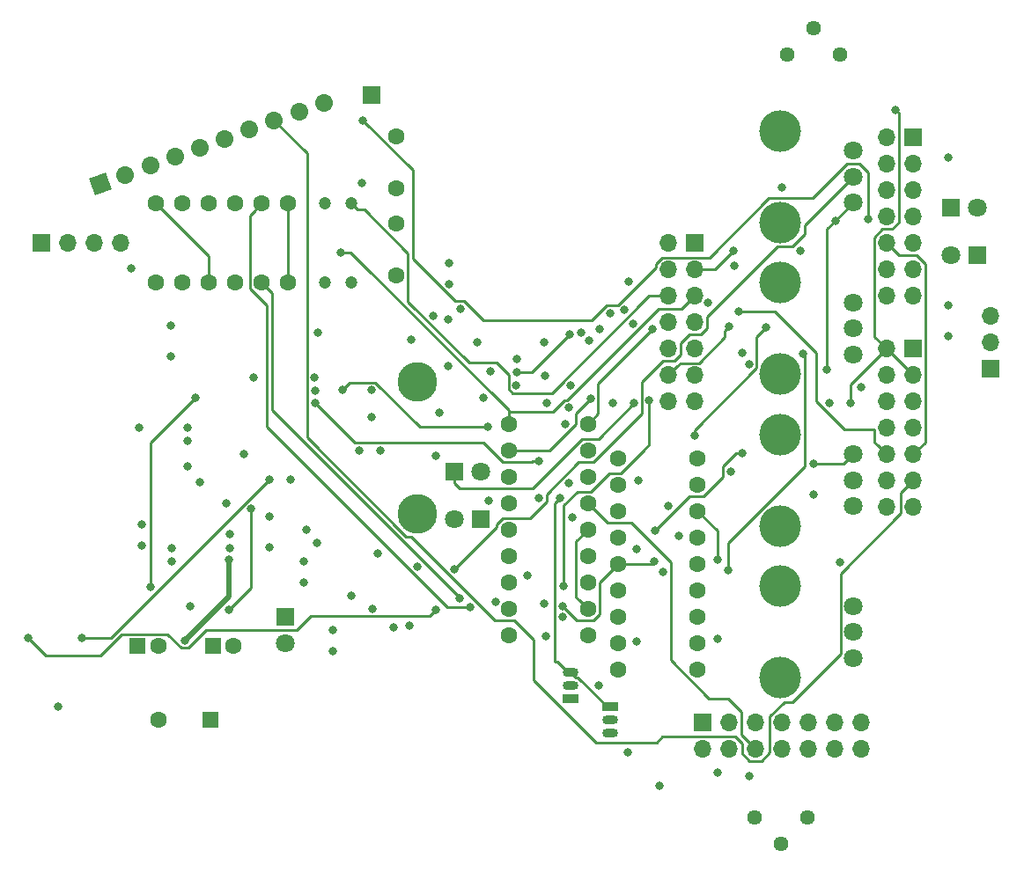
<source format=gbr>
G04 #@! TF.GenerationSoftware,KiCad,Pcbnew,(5.0.0)*
G04 #@! TF.CreationDate,2018-10-02T15:30:55-05:00*
G04 #@! TF.ProjectId,FinalDistCircuit,46696E616C4469737443697263756974,rev?*
G04 #@! TF.SameCoordinates,Original*
G04 #@! TF.FileFunction,Copper,L3,Inr,Signal*
G04 #@! TF.FilePolarity,Positive*
%FSLAX46Y46*%
G04 Gerber Fmt 4.6, Leading zero omitted, Abs format (unit mm)*
G04 Created by KiCad (PCBNEW (5.0.0)) date 10/02/18 15:30:55*
%MOMM*%
%LPD*%
G01*
G04 APERTURE LIST*
G04 #@! TA.AperFunction,WasherPad*
%ADD10C,4.000000*%
G04 #@! TD*
G04 #@! TA.AperFunction,ViaPad*
%ADD11C,1.800000*%
G04 #@! TD*
G04 #@! TA.AperFunction,ViaPad*
%ADD12R,1.600000X1.600000*%
G04 #@! TD*
G04 #@! TA.AperFunction,ViaPad*
%ADD13C,1.600000*%
G04 #@! TD*
G04 #@! TA.AperFunction,ViaPad*
%ADD14C,3.810000*%
G04 #@! TD*
G04 #@! TA.AperFunction,ViaPad*
%ADD15O,1.700000X1.700000*%
G04 #@! TD*
G04 #@! TA.AperFunction,ViaPad*
%ADD16R,1.700000X1.700000*%
G04 #@! TD*
G04 #@! TA.AperFunction,ViaPad*
%ADD17C,1.700000*%
G04 #@! TD*
G04 #@! TA.AperFunction,Conductor*
%ADD18C,1.700000*%
G04 #@! TD*
G04 #@! TA.AperFunction,Conductor*
%ADD19C,0.100000*%
G04 #@! TD*
G04 #@! TA.AperFunction,ViaPad*
%ADD20C,1.440000*%
G04 #@! TD*
G04 #@! TA.AperFunction,ViaPad*
%ADD21R,1.800000X1.800000*%
G04 #@! TD*
G04 #@! TA.AperFunction,ViaPad*
%ADD22O,1.500000X0.900000*%
G04 #@! TD*
G04 #@! TA.AperFunction,ViaPad*
%ADD23R,1.500000X0.900000*%
G04 #@! TD*
G04 #@! TA.AperFunction,ViaPad*
%ADD24C,1.200000*%
G04 #@! TD*
G04 #@! TA.AperFunction,ViaPad*
%ADD25C,0.800000*%
G04 #@! TD*
G04 #@! TA.AperFunction,Conductor*
%ADD26C,0.250000*%
G04 #@! TD*
G04 #@! TA.AperFunction,Conductor*
%ADD27C,0.500000*%
G04 #@! TD*
G04 APERTURE END LIST*
D10*
G04 #@! TO.N,*
G04 #@! TO.C,BASS*
X118730000Y-161930000D03*
X118730000Y-170730000D03*
D11*
G04 #@! TO.N,BRGRN2*
X125730000Y-163830000D03*
X125730000Y-166330000D03*
G04 #@! TO.N,Net-(BASS1-Pad3)*
X125730000Y-168830000D03*
G04 #@! TD*
D12*
G04 #@! TO.N,Net-(C10-Pad1)*
G04 #@! TO.C,C10*
X63881000Y-174752000D03*
D13*
G04 #@! TO.N,BRGRN2*
X58881000Y-174752000D03*
G04 #@! TD*
D14*
G04 #@! TO.N,Net-(9V1-Pad1)*
G04 #@! TO.C,9V1*
X83819999Y-154940000D03*
G04 #@! TO.N,PWRGND*
X83820000Y-142239999D03*
G04 #@! TD*
D15*
G04 #@! TO.N,BRGRN2*
G04 #@! TO.C,Jack1*
X138938000Y-135890000D03*
G04 #@! TO.N,FinalOut*
X138938000Y-138430000D03*
D16*
G04 #@! TO.N,PWRGND*
X138938000Y-140970000D03*
G04 #@! TD*
D17*
G04 #@! TO.N,BRGRN2*
G04 #@! TO.C,PickupInputs1*
X74821373Y-115371420D03*
D18*
X74821373Y-115371420D02*
X74821373Y-115371420D01*
D17*
G04 #@! TO.N,NGRN*
X72434554Y-116240151D03*
D18*
X72434554Y-116240151D02*
X72434554Y-116240151D01*
D17*
G04 #@! TO.N,NBLACK*
X70047735Y-117108882D03*
D18*
X70047735Y-117108882D02*
X70047735Y-117108882D01*
D17*
X67660916Y-117977613D03*
D18*
X67660916Y-117977613D02*
X67660916Y-117977613D01*
D17*
G04 #@! TO.N,NGRN*
X65274096Y-118846344D03*
D18*
X65274096Y-118846344D02*
X65274096Y-118846344D01*
D17*
G04 #@! TO.N,BRGRN2*
X62887277Y-119715075D03*
D18*
X62887277Y-119715075D02*
X62887277Y-119715075D01*
D17*
G04 #@! TO.N,BRGRN*
X60500458Y-120583807D03*
D18*
X60500458Y-120583807D02*
X60500458Y-120583807D01*
D17*
G04 #@! TO.N,BRWHT*
X58113639Y-121452538D03*
D18*
X58113639Y-121452538D02*
X58113639Y-121452538D01*
D17*
G04 #@! TO.N,BRBLACK*
X55726819Y-122321269D03*
D18*
X55726819Y-122321269D02*
X55726819Y-122321269D01*
D17*
G04 #@! TO.N,BRRED*
X53340000Y-123190000D03*
D19*
G36*
X54429456Y-123698022D02*
X52831978Y-124279456D01*
X52250544Y-122681978D01*
X53848022Y-122100544D01*
X54429456Y-123698022D01*
X54429456Y-123698022D01*
G37*
G04 #@! TD*
D16*
G04 #@! TO.N,GAINPOTOUT*
G04 #@! TO.C,BridgeTonePot1*
X131445000Y-118745000D03*
D15*
X128905000Y-118745000D03*
G04 #@! TO.N,BRTONEGANG2IN*
X131445000Y-121285000D03*
G04 #@! TO.N,BRTONEGANG1OUT*
X128905000Y-121285000D03*
G04 #@! TO.N,BTONEIN*
X131445000Y-123825000D03*
G04 #@! TO.N,BRTONEGANG1IN*
X128905000Y-123825000D03*
G04 #@! TO.N,BRGRN2*
X131445000Y-126365000D03*
G04 #@! TO.N,BRBLACK*
X128905000Y-126365000D03*
G04 #@! TO.N,Net-(BridgeTonePot1-Pad12)*
X131445000Y-128905000D03*
G04 #@! TO.N,Net-(BridgeTonePot1-Pad10)*
X128905000Y-128905000D03*
G04 #@! TO.N,BRWHT*
X131445000Y-131445000D03*
G04 #@! TO.N,Net-(BridgeTonePot1-Pad12)*
X128905000Y-131445000D03*
G04 #@! TO.N,BRGRN2*
X131445000Y-133985000D03*
G04 #@! TO.N,Net-(BridgeTonePot1-Pad14)*
X128905000Y-133985000D03*
G04 #@! TD*
G04 #@! TO.N,Net-(NeckTonePot1-Pad14)*
G04 #@! TO.C,NeckTonePot1*
X128905000Y-154305000D03*
G04 #@! TO.N,BRGRN2*
X131445000Y-154305000D03*
G04 #@! TO.N,Net-(NeckTonePot1-Pad12)*
X128905000Y-151765000D03*
G04 #@! TO.N,NBLACK*
X131445000Y-151765000D03*
G04 #@! TO.N,Net-(BridgeVolPot1-Pad8)*
X128905000Y-149225000D03*
G04 #@! TO.N,Net-(BridgeTonePot1-Pad10)*
X131445000Y-149225000D03*
G04 #@! TO.N,BRRED2*
X128905000Y-146685000D03*
G04 #@! TO.N,Net-(NeckTonePot1-Pad7)*
X131445000Y-146685000D03*
G04 #@! TO.N,Net-(NeckTonePot1-Pad6)*
X128905000Y-144145000D03*
G04 #@! TO.N,NTONEIN*
X131445000Y-144145000D03*
G04 #@! TO.N,Net-(C27-Pad1)*
X128905000Y-141605000D03*
G04 #@! TO.N,PRESOUT*
X131445000Y-141605000D03*
X128905000Y-139065000D03*
D16*
G04 #@! TO.N,PRESIN*
X131445000Y-139065000D03*
G04 #@! TD*
D13*
G04 #@! TO.N,Net-(6pdt2-Pad18)*
G04 #@! TO.C,6pdt2*
X110744000Y-169926000D03*
G04 #@! TO.N,Net-(6pdt2-Pad17)*
X103124000Y-169926000D03*
G04 #@! TO.N,Net-(6pdt2-Pad16)*
X110744000Y-167386000D03*
G04 #@! TO.N,Net-(6pdt2-Pad15)*
X103124000Y-167386000D03*
G04 #@! TO.N,Net-(6pdt2-Pad14)*
X110744000Y-164846000D03*
G04 #@! TO.N,Net-(6pdt2-Pad13)*
X103124000Y-164846000D03*
G04 #@! TO.N,GAINSTAGEPOTIN*
X110744000Y-162306000D03*
G04 #@! TO.N,BRTONEGANG2IN*
X103124000Y-162306000D03*
G04 #@! TO.N,BRTONEGANG1IN*
X110744000Y-159766000D03*
G04 #@! TO.N,BRTONEGANG1OUT*
X103124000Y-159766000D03*
G04 #@! TO.N,Net-(6pdt2-Pad8)*
X110744000Y-157226000D03*
G04 #@! TO.N,BRTONECAPIN*
X103124000Y-157226000D03*
G04 #@! TO.N,ODout*
X110744000Y-154686000D03*
G04 #@! TO.N,OUT*
X103124000Y-154686000D03*
G04 #@! TO.N,FinalOut*
X110744000Y-152146000D03*
G04 #@! TO.N,ODin*
X103124000Y-152146000D03*
G04 #@! TO.N,OUT*
X110744000Y-149606000D03*
G04 #@! TO.N,BRGRN2*
X103124000Y-149606000D03*
G04 #@! TD*
D20*
G04 #@! TO.N,Net-(R13-Pad1)*
G04 #@! TO.C,TRANGAIN1*
X121285000Y-184150000D03*
G04 #@! TO.N,Net-(C8-Pad1)*
X118745000Y-186690000D03*
X116205000Y-184150000D03*
G04 #@! TD*
D15*
G04 #@! TO.N,BROUT*
G04 #@! TO.C,3WaySwitch1*
X55245000Y-128905000D03*
G04 #@! TO.N,OUT*
X52705000Y-128905000D03*
G04 #@! TO.N,NOUT*
X50165000Y-128905000D03*
D16*
G04 #@! TO.N,BRGRN2*
X47625000Y-128905000D03*
G04 #@! TD*
D13*
G04 #@! TO.N,BRRED*
G04 #@! TO.C,4pdt1*
X58674000Y-132715000D03*
G04 #@! TO.N,BRRED2*
X61214000Y-132715000D03*
G04 #@! TO.N,BRGRN*
X63754000Y-132715000D03*
G04 #@! TO.N,NGRN*
X66294000Y-132715000D03*
G04 #@! TO.N,NRED2*
X68834000Y-132715000D03*
G04 #@! TO.N,Net-(4pdt1-Pad6)*
X71374000Y-132715000D03*
X71374000Y-125095000D03*
G04 #@! TO.N,NGRN2*
X68834000Y-125095000D03*
G04 #@! TO.N,NGRN*
X66294000Y-125095000D03*
G04 #@! TO.N,BRRED*
X63754000Y-125095000D03*
G04 #@! TO.N,BRGRN2*
X61214000Y-125095000D03*
G04 #@! TO.N,BRGRN*
X58674000Y-125095000D03*
G04 #@! TD*
G04 #@! TO.N,BVOUTTRAD*
G04 #@! TO.C,6pdt1*
X92583000Y-146304000D03*
G04 #@! TO.N,BVINTRAD*
X100203000Y-146304000D03*
G04 #@! TO.N,BVOUT*
X92583000Y-148844000D03*
G04 #@! TO.N,BRRED2*
X100203000Y-148844000D03*
G04 #@! TO.N,Net-(6pdt1-Pad5)*
X92583000Y-151384000D03*
X100203000Y-151384000D03*
G04 #@! TO.N,NVOUTTRAD*
X92583000Y-153924000D03*
G04 #@! TO.N,NVINTRAD*
X100203000Y-153924000D03*
G04 #@! TO.N,NOUT*
X92583000Y-156464000D03*
G04 #@! TO.N,NTONE*
X100203000Y-156464000D03*
G04 #@! TO.N,Net-(6pdt1-Pad11)*
X92583000Y-159004000D03*
X100203000Y-159004000D03*
G04 #@! TO.N,BRRED2*
X92583000Y-161544000D03*
G04 #@! TO.N,NTONEIN*
X100203000Y-161544000D03*
G04 #@! TO.N,BTONEIN*
X92583000Y-164084000D03*
G04 #@! TO.N,NTONE*
X100203000Y-164084000D03*
G04 #@! TO.N,BRTONEGANG1OUT*
X92583000Y-166624000D03*
G04 #@! TO.N,Net-(6pdt1-Pad18)*
X100203000Y-166624000D03*
G04 #@! TD*
D15*
G04 #@! TO.N,Net-(BridgeVolPot1-Pad14)*
G04 #@! TO.C,BridgeVolPot1*
X107950000Y-144145000D03*
G04 #@! TO.N,BRGRN2*
X110490000Y-144145000D03*
G04 #@! TO.N,BVOUT*
X107950000Y-141605000D03*
G04 #@! TO.N,BROUT*
X110490000Y-141605000D03*
G04 #@! TO.N,NOUT*
X107950000Y-139065000D03*
G04 #@! TO.N,BRGRN2*
X110490000Y-139065000D03*
G04 #@! TO.N,Net-(BridgeVolPot1-Pad8)*
X107950000Y-136525000D03*
G04 #@! TO.N,BVOUT*
X110490000Y-136525000D03*
G04 #@! TO.N,BVINTRAD*
X107950000Y-133985000D03*
G04 #@! TO.N,BVOUTTRAD*
X110490000Y-133985000D03*
G04 #@! TO.N,BRGRN2*
X107950000Y-131445000D03*
G04 #@! TO.N,ODin*
X110490000Y-131445000D03*
G04 #@! TO.N,MASTEROUT*
X107950000Y-128905000D03*
D16*
G04 #@! TO.N,BRGRN2*
X110490000Y-128905000D03*
G04 #@! TD*
D13*
G04 #@! TO.N,Net-(C2-Pad1)*
G04 #@! TO.C,C2*
X81788000Y-118618000D03*
G04 #@! TO.N,BRGRN2*
X81788000Y-123618000D03*
G04 #@! TD*
G04 #@! TO.N,Net-(C6-Pad2)*
G04 #@! TO.C,C6*
X81788000Y-132000000D03*
G04 #@! TO.N,GAINSTAGEPOTIN*
X81788000Y-127000000D03*
G04 #@! TD*
D12*
G04 #@! TO.N,Net-(C14-Pad1)*
G04 #@! TO.C,C14*
X64135000Y-167640000D03*
D13*
G04 #@! TO.N,BRGRN2*
X66135000Y-167640000D03*
G04 #@! TD*
G04 #@! TO.N,BRGRN2*
G04 #@! TO.C,C19*
X58896000Y-167640000D03*
D12*
G04 #@! TO.N,Net-(C19-Pad1)*
X56896000Y-167640000D03*
G04 #@! TD*
D21*
G04 #@! TO.N,GAINPOTOUT*
G04 #@! TO.C,D1*
X87376000Y-150876000D03*
D11*
G04 #@! TO.N,GAINSTAGEPOTIN*
X89916000Y-150876000D03*
G04 #@! TD*
G04 #@! TO.N,GAINPOTOUT*
G04 #@! TO.C,D2*
X87376000Y-155448000D03*
D21*
G04 #@! TO.N,GAINSTAGEPOTIN*
X89916000Y-155448000D03*
G04 #@! TD*
G04 #@! TO.N,Net-(D3-Pad1)*
G04 #@! TO.C,D3*
X71120000Y-164846000D03*
D11*
G04 #@! TO.N,Net-(9V1-Pad1)*
X71120000Y-167386000D03*
G04 #@! TD*
D21*
G04 #@! TO.N,Net-(C13-Pad1)*
G04 #@! TO.C,D4*
X135128000Y-125476000D03*
D11*
G04 #@! TO.N,Vref2*
X137668000Y-125476000D03*
G04 #@! TD*
G04 #@! TO.N,Net-(C13-Pad1)*
G04 #@! TO.C,D5*
X135128000Y-130048000D03*
D21*
G04 #@! TO.N,Vref2*
X137668000Y-130048000D03*
G04 #@! TD*
D16*
G04 #@! TO.N,BRGRN2*
G04 #@! TO.C,GROUNDBRIDGE1*
X79375000Y-114681000D03*
G04 #@! TD*
G04 #@! TO.N,ODMIDGND*
G04 #@! TO.C,NeckVolumePot1*
X111252000Y-175006000D03*
D15*
G04 #@! TO.N,ODMIDOUT*
X111252000Y-177546000D03*
G04 #@! TO.N,ODMIDIN*
X113792000Y-175006000D03*
G04 #@! TO.N,Net-(BridgeVolPot1-Pad8)*
X113792000Y-177546000D03*
G04 #@! TO.N,NVOUTTRAD*
X116332000Y-175006000D03*
G04 #@! TO.N,NVINTRAD*
X116332000Y-177546000D03*
G04 #@! TO.N,Net-(BridgeVolPot1-Pad8)*
X118872000Y-175006000D03*
G04 #@! TO.N,NRED2*
X118872000Y-177546000D03*
G04 #@! TO.N,NTONE*
X121412000Y-175006000D03*
X121412000Y-177546000D03*
G04 #@! TO.N,NGRN2*
X123952000Y-175006000D03*
G04 #@! TO.N,Net-(BridgeVolPot1-Pad8)*
X123952000Y-177546000D03*
G04 #@! TO.N,BRGRN2*
X126492000Y-175006000D03*
G04 #@! TO.N,Net-(NeckVolumePot1-Pad14)*
X126492000Y-177546000D03*
G04 #@! TD*
D22*
G04 #@! TO.N,Net-(Q1-Pad2)*
G04 #@! TO.C,Q1*
X98552000Y-171450000D03*
G04 #@! TO.N,Net-(C8-Pad2)*
X98552000Y-170180000D03*
D23*
G04 #@! TO.N,Net-(C8-Pad1)*
X98552000Y-172720000D03*
G04 #@! TD*
G04 #@! TO.N,Net-(C8-Pad2)*
G04 #@! TO.C,Q2*
X102362000Y-173482000D03*
D22*
G04 #@! TO.N,Net-(C8-Pad1)*
X102362000Y-176022000D03*
G04 #@! TO.N,Net-(Q2-Pad2)*
X102362000Y-174752000D03*
G04 #@! TD*
D20*
G04 #@! TO.N,Net-(C12-Pad2)*
G04 #@! TO.C,RANGE1*
X124460000Y-110744000D03*
G04 #@! TO.N,PRESIN*
X121920000Y-108204000D03*
X119380000Y-110744000D03*
G04 #@! TD*
D10*
G04 #@! TO.N,*
G04 #@! TO.C,TIGHT*
X118730000Y-132720000D03*
X118730000Y-141520000D03*
D11*
G04 #@! TO.N,Vref*
X125730000Y-134620000D03*
X125730000Y-137120000D03*
G04 #@! TO.N,Net-(R7-Pad2)*
X125730000Y-139620000D03*
G04 #@! TD*
D24*
G04 #@! TO.N,Net-(C25-Pad1)*
G04 #@! TO.C,TRBLD1*
X77470000Y-132715000D03*
G04 #@! TO.N,BVINTRAD*
X77470000Y-125095000D03*
G04 #@! TO.N,Net-(C26-Pad2)*
X74930000Y-132715000D03*
G04 #@! TO.N,NVOUTTRAD*
X74930000Y-125095000D03*
G04 #@! TD*
D11*
G04 #@! TO.N,Net-(C13-Pad1)*
G04 #@! TO.C,TREBLE*
X125730000Y-154225000D03*
G04 #@! TO.N,Net-(TREBLE1-Pad2)*
X125730000Y-151725000D03*
G04 #@! TO.N,Net-(C16-Pad1)*
X125730000Y-149225000D03*
D10*
G04 #@! TO.N,*
X118730000Y-156125000D03*
X118730000Y-147325000D03*
G04 #@! TD*
D11*
G04 #@! TO.N,Net-(R27-Pad1)*
G04 #@! TO.C,VOL*
X125730000Y-125015000D03*
G04 #@! TO.N,Net-(R29-Pad1)*
X125730000Y-122515000D03*
G04 #@! TO.N,Vref2*
X125730000Y-120015000D03*
D10*
G04 #@! TO.N,*
X118730000Y-126915000D03*
X118730000Y-118115000D03*
G04 #@! TD*
D25*
G04 #@! TO.N,BROUT*
X85598000Y-149352000D03*
X96266000Y-144272000D03*
G04 #@! TO.N,OUT*
X74257372Y-137521371D03*
X90663998Y-153670000D03*
G04 #@! TO.N,NOUT*
X97902989Y-161925000D03*
X56261000Y-131318000D03*
X106107001Y-144018000D03*
G04 #@! TO.N,BRGRN2*
X68072000Y-141859000D03*
X73914000Y-141859000D03*
X93312000Y-142621000D03*
X98352999Y-144735919D03*
X134874000Y-134874000D03*
X121920000Y-153125500D03*
X105029000Y-151765000D03*
X75692000Y-166098000D03*
X81534000Y-165862000D03*
X114300000Y-131064000D03*
X60071000Y-136852000D03*
G04 #@! TO.N,BRRED2*
X98679000Y-155321000D03*
X90551000Y-146594811D03*
X76581000Y-143002000D03*
G04 #@! TO.N,NRED2*
X87884000Y-163068000D03*
G04 #@! TO.N,NGRN2*
X88900000Y-163957000D03*
X107061000Y-181102000D03*
G04 #@! TO.N,BVOUTTRAD*
X76454000Y-129794000D03*
G04 #@! TO.N,BVINTRAD*
X106410510Y-137164999D03*
G04 #@! TO.N,BVOUT*
X113792000Y-136906000D03*
X100457000Y-143891000D03*
G04 #@! TO.N,Net-(6pdt1-Pad5)*
X98351682Y-152008852D03*
G04 #@! TO.N,NVINTRAD*
X85344000Y-135890000D03*
X83185000Y-138176000D03*
G04 #@! TO.N,NTONE*
X104902000Y-167259000D03*
G04 #@! TO.N,NTONEIN*
X107442000Y-160528000D03*
X124460000Y-159639000D03*
G04 #@! TO.N,BTONEIN*
X97753000Y-164846000D03*
G04 #@! TO.N,BRTONEGANG1OUT*
X97794583Y-163846863D03*
X96139000Y-166751000D03*
X106553000Y-159512000D03*
X108966000Y-157099000D03*
X113919000Y-150876000D03*
X115697000Y-140589000D03*
G04 #@! TO.N,GAINSTAGEPOTIN*
X98007500Y-146304000D03*
G04 #@! TO.N,BRTONEGANG2IN*
X113665000Y-160401000D03*
X120904000Y-139573000D03*
G04 #@! TO.N,ODout*
X83058000Y-165700010D03*
X104013000Y-177927000D03*
X112649000Y-179832000D03*
X112649000Y-167005000D03*
X112649000Y-159385000D03*
G04 #@! TO.N,ODin*
X110490000Y-147447000D03*
X117333970Y-137028276D03*
X120652681Y-129669999D03*
X114173000Y-129667000D03*
G04 #@! TO.N,Net-(BASS1-Pad3)*
X46422000Y-166878000D03*
X85598000Y-164211000D03*
X96012000Y-163576000D03*
G04 #@! TO.N,BRWHT*
X118872000Y-123571000D03*
X78486000Y-123129409D03*
G04 #@! TO.N,BRBLACK*
X127127000Y-126619000D03*
X78598998Y-117094000D03*
G04 #@! TO.N,GAINPOTOUT*
X104657000Y-144272000D03*
G04 #@! TO.N,MASTEROUT*
X104140000Y-132597000D03*
G04 #@! TO.N,Net-(BridgeVolPot1-Pad8)*
X114681000Y-135455999D03*
G04 #@! TO.N,Net-(C1-Pad1)*
X102362000Y-135636000D03*
G04 #@! TO.N,Net-(C2-Pad1)*
X93345000Y-141351000D03*
X98460207Y-137716606D03*
G04 #@! TO.N,Net-(C3-Pad1)*
X89535000Y-138430000D03*
G04 #@! TO.N,Net-(C3-Pad2)*
X96075347Y-141668347D03*
G04 #@! TO.N,Net-(C4-Pad1)*
X90854762Y-141273762D03*
X98552000Y-142621000D03*
G04 #@! TO.N,Net-(C5-Pad1)*
X86868000Y-130810000D03*
X90170000Y-143764000D03*
X86741000Y-140716000D03*
X86745653Y-136266347D03*
G04 #@! TO.N,Net-(C6-Pad2)*
X102607000Y-144272000D03*
X86868000Y-132842000D03*
G04 #@! TO.N,Net-(C8-Pad1)*
X78223000Y-148844000D03*
G04 #@! TO.N,Net-(C8-Pad2)*
X97545000Y-153416000D03*
G04 #@! TO.N,Net-(C10-Pad1)*
X61689000Y-146685000D03*
X79408000Y-145669000D03*
X85908219Y-145195000D03*
X96012000Y-138430000D03*
X61468000Y-167132000D03*
X65692000Y-159385000D03*
X65405000Y-153924000D03*
X62897010Y-151892000D03*
G04 #@! TO.N,Net-(C12-Pad2)*
X115062000Y-139446000D03*
G04 #@! TO.N,PRESIN*
X126440589Y-142780001D03*
G04 #@! TO.N,Net-(C13-Pad1)*
X123435000Y-144272000D03*
G04 #@! TO.N,Net-(C14-Pad1)*
X57277000Y-157997000D03*
G04 #@! TO.N,Net-(C16-Pad1)*
X121920000Y-150150500D03*
G04 #@! TO.N,Net-(C17-Pad2)*
X60198000Y-158242000D03*
X71628000Y-151638000D03*
X69596000Y-155194000D03*
G04 #@! TO.N,Net-(C17-Pad1)*
X60198000Y-159512000D03*
X83820000Y-160020000D03*
X73152000Y-156473000D03*
X69596000Y-158205500D03*
G04 #@! TO.N,Net-(C18-Pad1)*
X51562000Y-166878000D03*
X69587000Y-151638000D03*
G04 #@! TO.N,Net-(C19-Pad1)*
X62484000Y-143773000D03*
X60071000Y-139827000D03*
X58171000Y-161979347D03*
X61976000Y-163839000D03*
G04 #@! TO.N,ODMIDIN*
X49276000Y-173482000D03*
X72898000Y-161544000D03*
X65786000Y-158242000D03*
X107950000Y-154178000D03*
G04 #@! TO.N,Net-(C21-Pad2)*
X72898000Y-159512000D03*
X65786000Y-156925001D03*
G04 #@! TO.N,Net-(C22-Pad1)*
X77479000Y-162814000D03*
G04 #@! TO.N,Net-(C23-Pad1)*
X79502000Y-164084000D03*
X75692000Y-168148000D03*
G04 #@! TO.N,Net-(C27-Pad1)*
X134874000Y-137849000D03*
G04 #@! TO.N,Net-(D3-Pad1)*
X57014000Y-146685000D03*
G04 #@! TO.N,Vref2*
X61689000Y-147955000D03*
X74008000Y-143129000D03*
X134865000Y-120650000D03*
G04 #@! TO.N,PRESOUT*
X125485000Y-144272000D03*
X129794000Y-116078000D03*
G04 #@! TO.N,ODMIDOUT*
X91313000Y-163449000D03*
X101249999Y-171450000D03*
G04 #@! TO.N,Vref*
X101373058Y-137164999D03*
X100330000Y-138303000D03*
X111791116Y-134624999D03*
X103725846Y-135348846D03*
G04 #@! TO.N,Net-(R15-Pad2)*
X93345000Y-140081000D03*
X104521000Y-136652000D03*
X99568000Y-137541000D03*
G04 #@! TO.N,Net-(R7-Pad2)*
X87924558Y-135214442D03*
G04 #@! TO.N,Net-(R13-Pad1)*
X95504000Y-153416000D03*
X95504000Y-149860000D03*
X74008000Y-144318999D03*
X115697000Y-180213000D03*
G04 #@! TO.N,Net-(R17-Pad1)*
X80273000Y-148844000D03*
X79408000Y-143048999D03*
G04 #@! TO.N,Net-(R22-Pad1)*
X67089000Y-149225000D03*
X57277000Y-155947000D03*
G04 #@! TO.N,Net-(R27-Pad1)*
X123190000Y-141097000D03*
X115062000Y-149098000D03*
X106680000Y-156591000D03*
X104902000Y-158369000D03*
X94361000Y-160909000D03*
X123999000Y-126746000D03*
G04 #@! TO.N,Net-(R28-Pad1)*
X61722000Y-150368000D03*
X65659000Y-164211000D03*
X67818153Y-154432153D03*
G04 #@! TO.N,Net-(R29-Pad1)*
X87367000Y-160274000D03*
G04 #@! TO.N,Net-(R30-Pad2)*
X80010000Y-158750000D03*
X74149001Y-157715001D03*
G04 #@! TD*
D26*
G04 #@! TO.N,NOUT*
X97902989Y-154131013D02*
X97902989Y-155829000D01*
X99235003Y-152798999D02*
X97902989Y-154131013D01*
X100453003Y-152798999D02*
X99235003Y-152798999D01*
X102231003Y-151020999D02*
X100453003Y-152798999D01*
X103374003Y-151020999D02*
X102231003Y-151020999D01*
X97902989Y-155829000D02*
X97902989Y-161925000D01*
X106107001Y-148288001D02*
X106107001Y-144018000D01*
X105537000Y-148858002D02*
X106107001Y-148288001D01*
X105537000Y-148858002D02*
X103374003Y-151020999D01*
G04 #@! TO.N,BRRED2*
X77259002Y-142323998D02*
X76581000Y-143002000D01*
X79756001Y-142323998D02*
X77259002Y-142323998D01*
X90551000Y-146594811D02*
X84026814Y-146594811D01*
X84026814Y-146594811D02*
X79756001Y-142323998D01*
G04 #@! TO.N,BRGRN*
X63754000Y-130175000D02*
X58674000Y-125095000D01*
X63754000Y-132715000D02*
X63754000Y-130175000D01*
G04 #@! TO.N,NRED2*
X87884000Y-163010998D02*
X87884000Y-163068000D01*
X69850000Y-144976998D02*
X87884000Y-163010998D01*
X69850000Y-133731000D02*
X69850000Y-144976998D01*
X68834000Y-132715000D02*
X69850000Y-133731000D01*
G04 #@! TO.N,Net-(4pdt1-Pad6)*
X71374000Y-132715000D02*
X71374000Y-125095000D01*
G04 #@! TO.N,NGRN2*
X69309999Y-146583001D02*
X86683998Y-163957000D01*
X86683998Y-163957000D02*
X88900000Y-163957000D01*
X69309999Y-134874000D02*
X69309999Y-146583001D01*
X68034001Y-125894999D02*
X68834000Y-125095000D01*
X67708999Y-126220001D02*
X68034001Y-125894999D01*
X67708999Y-133240999D02*
X67708999Y-126220001D01*
X69309999Y-134841999D02*
X67708999Y-133240999D01*
X69309999Y-134874000D02*
X69309999Y-134841999D01*
G04 #@! TO.N,BVOUTTRAD*
X92583000Y-145172630D02*
X92583000Y-146304000D01*
X92583000Y-145123000D02*
X92583000Y-145172630D01*
X77254000Y-129794000D02*
X76454000Y-129794000D01*
X77400002Y-129794000D02*
X77254000Y-129794000D01*
X92583000Y-144976998D02*
X77400002Y-129794000D01*
X92583000Y-145123000D02*
X92583000Y-144976998D01*
X109220000Y-135255000D02*
X110490000Y-133985000D01*
X106991002Y-135255000D02*
X109220000Y-135255000D01*
X98235084Y-144010918D02*
X106991002Y-135255000D01*
X97924082Y-144010918D02*
X98235084Y-144010918D01*
X92583000Y-145123000D02*
X96812000Y-145123000D01*
X96812000Y-145123000D02*
X97924082Y-144010918D01*
G04 #@! TO.N,BVINTRAD*
X101182001Y-142393508D02*
X106410510Y-137164999D01*
X100203000Y-146304000D02*
X101182001Y-145324999D01*
X101182001Y-145324999D02*
X101182001Y-142393508D01*
X106114998Y-133985000D02*
X107950000Y-133985000D01*
X96753997Y-143346001D02*
X106114998Y-133985000D01*
X92586999Y-142969001D02*
X92963999Y-143346001D01*
X92586999Y-141605000D02*
X92586999Y-142969001D01*
X91407526Y-140425527D02*
X92586999Y-141605000D01*
X77470000Y-125095000D02*
X78069999Y-125694999D01*
X78069999Y-125694999D02*
X78704999Y-125694999D01*
X78704999Y-125694999D02*
X82913001Y-129903001D01*
X92963999Y-143346001D02*
X96753997Y-143346001D01*
X82913001Y-129903001D02*
X82913001Y-134532003D01*
X82913001Y-134532003D02*
X88806525Y-140425527D01*
X88806525Y-140425527D02*
X91407526Y-140425527D01*
G04 #@! TO.N,BVOUT*
X108799999Y-140755001D02*
X107950000Y-141605000D01*
X109125001Y-140429999D02*
X108799999Y-140755001D01*
X110864003Y-140429999D02*
X109125001Y-140429999D01*
X113392001Y-137902001D02*
X110864003Y-140429999D01*
X113392001Y-137305999D02*
X113392001Y-137902001D01*
X113792000Y-136906000D02*
X113392001Y-137305999D01*
X96540502Y-148844000D02*
X99078000Y-146306502D01*
X92583000Y-148844000D02*
X96540502Y-148844000D01*
X99078000Y-146306502D02*
X99078000Y-145270000D01*
X99078000Y-145270000D02*
X100457000Y-143891000D01*
G04 #@! TO.N,NVINTRAD*
X100203000Y-153924000D02*
X102090001Y-155811001D01*
X104376001Y-155811001D02*
X108167001Y-159602001D01*
X108167001Y-159602001D02*
X108167001Y-169014003D01*
X102090001Y-155811001D02*
X104376001Y-155811001D01*
X108167001Y-169014003D02*
X111872998Y-172720000D01*
X115482001Y-176696001D02*
X116332000Y-177546000D01*
X114967001Y-176181001D02*
X115482001Y-176696001D01*
X114967001Y-174022001D02*
X114967001Y-176181001D01*
X113665000Y-172720000D02*
X114967001Y-174022001D01*
X111872998Y-172720000D02*
X113665000Y-172720000D01*
G04 #@! TO.N,NTONE*
X99403001Y-163284001D02*
X100203000Y-164084000D01*
X99077999Y-162958999D02*
X99403001Y-163284001D01*
X99077999Y-157589001D02*
X99077999Y-162958999D01*
X100203000Y-156464000D02*
X99077999Y-157589001D01*
G04 #@! TO.N,BRTONEGANG1OUT*
X99156721Y-165209001D02*
X97794583Y-163846863D01*
X100743001Y-165209001D02*
X99156721Y-165209001D01*
X101328001Y-164624001D02*
X100743001Y-165209001D01*
X103124000Y-159766000D02*
X101328001Y-161561999D01*
X101328001Y-161561999D02*
X101328001Y-164624001D01*
X103124000Y-159766000D02*
X106299000Y-159766000D01*
X106299000Y-159766000D02*
X106553000Y-159512000D01*
G04 #@! TO.N,BRTONEGANG2IN*
X121055001Y-139724001D02*
X120904000Y-139573000D01*
X121055001Y-150358997D02*
X121055001Y-139724001D01*
X113665000Y-160401000D02*
X113665000Y-157748998D01*
X113665000Y-157748998D02*
X121055001Y-150358997D01*
G04 #@! TO.N,ODout*
X112649000Y-156591000D02*
X110744000Y-154686000D01*
X112649000Y-159385000D02*
X112649000Y-156591000D01*
G04 #@! TO.N,ODin*
X116422001Y-137940245D02*
X117333970Y-137028276D01*
X116422001Y-140937001D02*
X116422001Y-137940245D01*
X110490000Y-147447000D02*
X110490000Y-146869002D01*
X110490000Y-146869002D02*
X116422001Y-140937001D01*
X112395000Y-131445000D02*
X110490000Y-131445000D01*
X112776000Y-131064000D02*
X112395000Y-131445000D01*
X114173000Y-129667000D02*
X112776000Y-131064000D01*
G04 #@! TO.N,Net-(BASS1-Pad3)*
X48092710Y-168548710D02*
X46422000Y-166878000D01*
X53312700Y-168548710D02*
X48092710Y-168548710D01*
X55346411Y-166514999D02*
X53312700Y-168548710D01*
X59777997Y-166514999D02*
X55346411Y-166514999D01*
X61119999Y-167857001D02*
X59777997Y-166514999D01*
X85598000Y-164211000D02*
X84999999Y-164809001D01*
X84999999Y-164809001D02*
X73542001Y-164809001D01*
X73542001Y-164809001D02*
X72190003Y-166160999D01*
X72190003Y-166160999D02*
X63512003Y-166160999D01*
X63512003Y-166160999D02*
X61816001Y-167857001D01*
X61816001Y-167857001D02*
X61119999Y-167857001D01*
G04 #@! TO.N,Net-(BridgeTonePot1-Pad10)*
X131445000Y-149225000D02*
X132620001Y-148049999D01*
X129754999Y-129754999D02*
X128905000Y-128905000D01*
X130080001Y-130080001D02*
X129754999Y-129754999D01*
X131819003Y-130080001D02*
X130080001Y-130080001D01*
X132620001Y-130880999D02*
X131819003Y-130080001D01*
X132620001Y-131318000D02*
X132620001Y-130880999D01*
X132620001Y-148049999D02*
X132620001Y-131318000D01*
G04 #@! TO.N,BRBLACK*
X127127000Y-122098998D02*
X127127000Y-126619000D01*
X126318001Y-121289999D02*
X127127000Y-122098998D01*
X83363010Y-121858012D02*
X83363010Y-130410012D01*
X90133001Y-136361001D02*
X100563997Y-136361001D01*
X102013999Y-134910999D02*
X103090691Y-134910999D01*
X125141999Y-121289999D02*
X126318001Y-121289999D01*
X83363010Y-130410012D02*
X87442439Y-134489441D01*
X87442439Y-134489441D02*
X88261441Y-134489441D01*
X78598998Y-117094000D02*
X83363010Y-121858012D01*
X88261441Y-134489441D02*
X90133001Y-136361001D01*
X100563997Y-136361001D02*
X102013999Y-134910999D01*
X103090691Y-134910999D02*
X106774999Y-131226691D01*
X106774999Y-131226691D02*
X106774999Y-130880999D01*
X106774999Y-130880999D02*
X107385999Y-130269999D01*
X107385999Y-130269999D02*
X111933999Y-130269999D01*
X121841999Y-124589999D02*
X125141999Y-121289999D01*
X111933999Y-130269999D02*
X117613999Y-124589999D01*
X117613999Y-124589999D02*
X121841999Y-124589999D01*
G04 #@! TO.N,GAINPOTOUT*
X87376000Y-150876000D02*
X87376000Y-152026000D01*
X87376000Y-152026000D02*
X87859001Y-152509001D01*
X87859001Y-152509001D02*
X94872997Y-152509001D01*
X94872997Y-152509001D02*
X99662999Y-147718999D01*
X99662999Y-147718999D02*
X101210001Y-147718999D01*
X101210001Y-147718999D02*
X104657000Y-144272000D01*
G04 #@! TO.N,Net-(BridgeVolPot1-Pad8)*
X128055001Y-148375001D02*
X128905000Y-149225000D01*
X127729999Y-148049999D02*
X128055001Y-148375001D01*
X114681000Y-135455999D02*
X118183999Y-135455999D01*
X118183999Y-135455999D02*
X122174000Y-139446000D01*
X122174000Y-139446000D02*
X122174000Y-144084002D01*
X122174000Y-144084002D02*
X124869997Y-146779999D01*
X124869997Y-146779999D02*
X127729999Y-146779999D01*
X127729999Y-146779999D02*
X127729999Y-148049999D01*
G04 #@! TO.N,Net-(C2-Pad1)*
X93345000Y-141351000D02*
X94742000Y-141351000D01*
X94742000Y-141351000D02*
X94825813Y-141351000D01*
X94825813Y-141351000D02*
X98460207Y-137716606D01*
G04 #@! TO.N,Net-(C8-Pad2)*
X97028000Y-169164000D02*
X97028000Y-153933000D01*
X97028000Y-153933000D02*
X97545000Y-153416000D01*
X98252000Y-170180000D02*
X98552000Y-170180000D01*
X97236000Y-169164000D02*
X98252000Y-170180000D01*
X97028000Y-169164000D02*
X97236000Y-169164000D01*
X102062000Y-173482000D02*
X102362000Y-173482000D01*
X99254990Y-170674990D02*
X102062000Y-173482000D01*
X99046990Y-170674990D02*
X99254990Y-170674990D01*
X98552000Y-170180000D02*
X99046990Y-170674990D01*
D27*
G04 #@! TO.N,Net-(C10-Pad1)*
X65692000Y-162908000D02*
X61468000Y-167132000D01*
X65692000Y-159385000D02*
X65692000Y-162908000D01*
D26*
G04 #@! TO.N,Net-(C16-Pad1)*
X124804500Y-150150500D02*
X125730000Y-149225000D01*
X121920000Y-150150500D02*
X124804500Y-150150500D01*
G04 #@! TO.N,Net-(C18-Pad1)*
X51562000Y-166878000D02*
X54347000Y-166878000D01*
X54347000Y-166878000D02*
X69587000Y-151638000D01*
G04 #@! TO.N,Net-(C19-Pad1)*
X62484000Y-143773000D02*
X58171000Y-148086000D01*
X58171000Y-148086000D02*
X58171000Y-161979347D01*
G04 #@! TO.N,NBLACK*
X73188999Y-120250146D02*
X70047735Y-117108882D01*
X73188999Y-147609402D02*
X73188999Y-120250146D01*
X83189999Y-157170001D02*
X82749598Y-157170001D01*
X91228999Y-165209001D02*
X83189999Y-157170001D01*
X94996000Y-167082000D02*
X93123001Y-165209001D01*
X94996000Y-170949002D02*
X94996000Y-167082000D01*
X100989999Y-176943001D02*
X94996000Y-170949002D01*
X114356001Y-176370999D02*
X107379002Y-176370999D01*
X130269999Y-152940001D02*
X130269999Y-154902003D01*
X82749598Y-157170001D02*
X73188999Y-147609402D01*
X130269999Y-154902003D02*
X124504999Y-160667003D01*
X117696999Y-174441999D02*
X117696999Y-177920003D01*
X124504999Y-160667003D02*
X124504999Y-168396003D01*
X131445000Y-151765000D02*
X130269999Y-152940001D01*
X124504999Y-168396003D02*
X119846001Y-173055001D01*
X115062000Y-178015002D02*
X115062000Y-177076998D01*
X93123001Y-165209001D02*
X91228999Y-165209001D01*
X106807000Y-176943001D02*
X100989999Y-176943001D01*
X119846001Y-173055001D02*
X119083997Y-173055001D01*
X119083997Y-173055001D02*
X117696999Y-174441999D01*
X117696999Y-177920003D02*
X116896001Y-178721001D01*
X116896001Y-178721001D02*
X115767999Y-178721001D01*
X115062000Y-177076998D02*
X114356001Y-176370999D01*
X107379002Y-176370999D02*
X106807000Y-176943001D01*
X115767999Y-178721001D02*
X115062000Y-178015002D01*
G04 #@! TO.N,PRESOUT*
X128905000Y-139065000D02*
X131445000Y-141605000D01*
X128905000Y-139065000D02*
X125485000Y-142485000D01*
X125485000Y-142485000D02*
X125485000Y-144272000D01*
X130080001Y-116364001D02*
X129794000Y-116078000D01*
X130080001Y-126929001D02*
X130080001Y-116364001D01*
X129469001Y-127540001D02*
X130080001Y-126929001D01*
X128530997Y-127540001D02*
X129469001Y-127540001D01*
X127729999Y-128340999D02*
X128530997Y-127540001D01*
X127729999Y-137889999D02*
X127729999Y-128340999D01*
X128905000Y-139065000D02*
X127729999Y-137889999D01*
G04 #@! TO.N,Net-(R13-Pad1)*
X95504000Y-149860000D02*
X94938315Y-149860000D01*
X94938315Y-149860000D02*
X94829314Y-149969001D01*
X94829314Y-149969001D02*
X92042999Y-149969001D01*
X92042999Y-149969001D02*
X90192997Y-148118999D01*
X90192997Y-148118999D02*
X77808000Y-148118999D01*
X77808000Y-148118999D02*
X74008000Y-144318999D01*
G04 #@! TO.N,Net-(R27-Pad1)*
X123190000Y-127555000D02*
X123190000Y-141097000D01*
X125730000Y-125015000D02*
X123999000Y-126746000D01*
X123999000Y-126746000D02*
X123190000Y-127555000D01*
X114496315Y-149098000D02*
X115062000Y-149098000D01*
X113193999Y-150400316D02*
X114496315Y-149098000D01*
X113193999Y-151361003D02*
X113193999Y-150400316D01*
X111284001Y-153271001D02*
X113193999Y-151361003D01*
X109999999Y-153271001D02*
X111284001Y-153271001D01*
X106680000Y-156591000D02*
X109999999Y-153271001D01*
G04 #@! TO.N,Net-(R28-Pad1)*
X65659000Y-164211000D02*
X67818153Y-162051847D01*
X67818153Y-162051847D02*
X67818153Y-154432153D01*
G04 #@! TO.N,Net-(R29-Pad1)*
X91457999Y-156183001D02*
X87367000Y-160274000D01*
X91457999Y-155923999D02*
X91457999Y-156183001D01*
X92042999Y-155338999D02*
X91457999Y-155923999D01*
X94654003Y-155338999D02*
X92042999Y-155338999D01*
X96229001Y-153764001D02*
X94654003Y-155338999D01*
X96229001Y-153067999D02*
X96229001Y-153764001D01*
X99327999Y-149969001D02*
X96229001Y-153067999D01*
X100743001Y-149969001D02*
X99327999Y-149969001D01*
X105382001Y-145330001D02*
X100743001Y-149969001D01*
X105382001Y-142267999D02*
X105382001Y-145330001D01*
X107409999Y-140240001D02*
X105382001Y-142267999D01*
X108514001Y-140240001D02*
X107409999Y-140240001D01*
X109125001Y-139629001D02*
X108514001Y-140240001D01*
X109125001Y-138524999D02*
X109125001Y-139629001D01*
X109949999Y-137700001D02*
X109125001Y-138524999D01*
X111054001Y-137700001D02*
X109949999Y-137700001D01*
X111665001Y-137089001D02*
X111054001Y-137700001D01*
X111665001Y-135984999D02*
X111665001Y-137089001D01*
X118409999Y-129240001D02*
X111665001Y-135984999D01*
X119846001Y-129240001D02*
X118409999Y-129240001D01*
X121055001Y-128031001D02*
X119846001Y-129240001D01*
X121055001Y-127189999D02*
X121055001Y-128031001D01*
X125730000Y-122515000D02*
X121055001Y-127189999D01*
G04 #@! TD*
M02*

</source>
